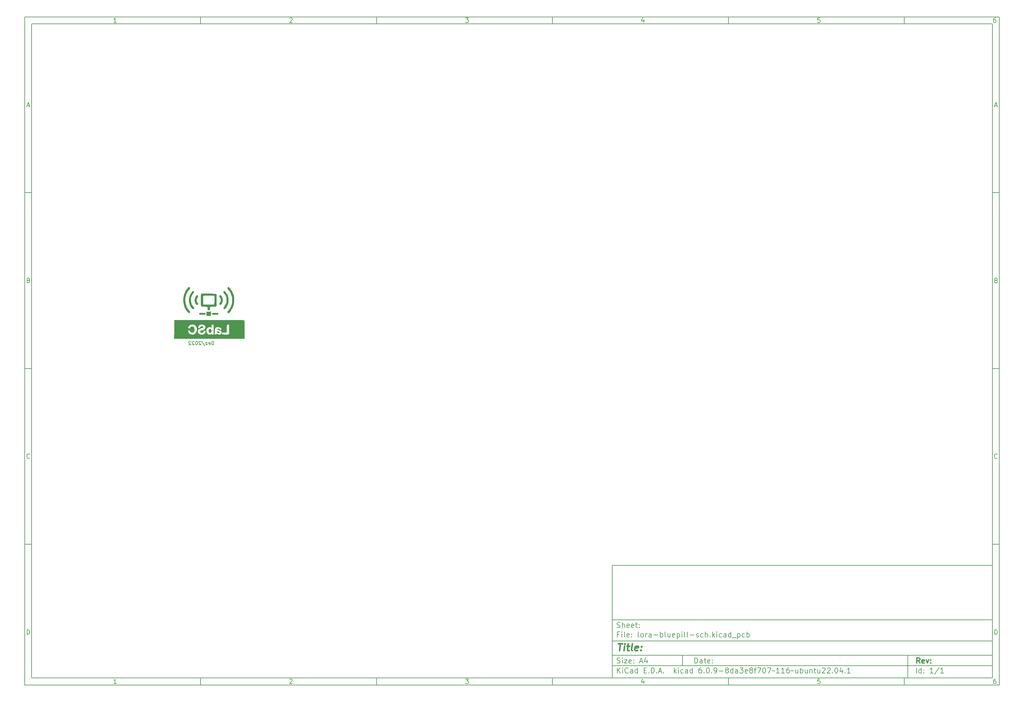
<source format=gbr>
%TF.GenerationSoftware,KiCad,Pcbnew,6.0.9-8da3e8f707~116~ubuntu22.04.1*%
%TF.CreationDate,2022-12-01T16:18:42-03:00*%
%TF.ProjectId,lora-bluepill-sch,6c6f7261-2d62-46c7-9565-70696c6c2d73,rev?*%
%TF.SameCoordinates,Original*%
%TF.FileFunction,Legend,Bot*%
%TF.FilePolarity,Positive*%
%FSLAX46Y46*%
G04 Gerber Fmt 4.6, Leading zero omitted, Abs format (unit mm)*
G04 Created by KiCad (PCBNEW 6.0.9-8da3e8f707~116~ubuntu22.04.1) date 2022-12-01 16:18:42*
%MOMM*%
%LPD*%
G01*
G04 APERTURE LIST*
%ADD10C,0.100000*%
%ADD11C,0.150000*%
%ADD12C,0.300000*%
%ADD13C,0.400000*%
G04 APERTURE END LIST*
D10*
D11*
X177002200Y-166007200D02*
X177002200Y-198007200D01*
X285002200Y-198007200D01*
X285002200Y-166007200D01*
X177002200Y-166007200D01*
D10*
D11*
X10000000Y-10000000D02*
X10000000Y-200007200D01*
X287002200Y-200007200D01*
X287002200Y-10000000D01*
X10000000Y-10000000D01*
D10*
D11*
X12000000Y-12000000D02*
X12000000Y-198007200D01*
X285002200Y-198007200D01*
X285002200Y-12000000D01*
X12000000Y-12000000D01*
D10*
D11*
X60000000Y-12000000D02*
X60000000Y-10000000D01*
D10*
D11*
X110000000Y-12000000D02*
X110000000Y-10000000D01*
D10*
D11*
X160000000Y-12000000D02*
X160000000Y-10000000D01*
D10*
D11*
X210000000Y-12000000D02*
X210000000Y-10000000D01*
D10*
D11*
X260000000Y-12000000D02*
X260000000Y-10000000D01*
D10*
D11*
X36065476Y-11588095D02*
X35322619Y-11588095D01*
X35694047Y-11588095D02*
X35694047Y-10288095D01*
X35570238Y-10473809D01*
X35446428Y-10597619D01*
X35322619Y-10659523D01*
D10*
D11*
X85322619Y-10411904D02*
X85384523Y-10350000D01*
X85508333Y-10288095D01*
X85817857Y-10288095D01*
X85941666Y-10350000D01*
X86003571Y-10411904D01*
X86065476Y-10535714D01*
X86065476Y-10659523D01*
X86003571Y-10845238D01*
X85260714Y-11588095D01*
X86065476Y-11588095D01*
D10*
D11*
X135260714Y-10288095D02*
X136065476Y-10288095D01*
X135632142Y-10783333D01*
X135817857Y-10783333D01*
X135941666Y-10845238D01*
X136003571Y-10907142D01*
X136065476Y-11030952D01*
X136065476Y-11340476D01*
X136003571Y-11464285D01*
X135941666Y-11526190D01*
X135817857Y-11588095D01*
X135446428Y-11588095D01*
X135322619Y-11526190D01*
X135260714Y-11464285D01*
D10*
D11*
X185941666Y-10721428D02*
X185941666Y-11588095D01*
X185632142Y-10226190D02*
X185322619Y-11154761D01*
X186127380Y-11154761D01*
D10*
D11*
X236003571Y-10288095D02*
X235384523Y-10288095D01*
X235322619Y-10907142D01*
X235384523Y-10845238D01*
X235508333Y-10783333D01*
X235817857Y-10783333D01*
X235941666Y-10845238D01*
X236003571Y-10907142D01*
X236065476Y-11030952D01*
X236065476Y-11340476D01*
X236003571Y-11464285D01*
X235941666Y-11526190D01*
X235817857Y-11588095D01*
X235508333Y-11588095D01*
X235384523Y-11526190D01*
X235322619Y-11464285D01*
D10*
D11*
X285941666Y-10288095D02*
X285694047Y-10288095D01*
X285570238Y-10350000D01*
X285508333Y-10411904D01*
X285384523Y-10597619D01*
X285322619Y-10845238D01*
X285322619Y-11340476D01*
X285384523Y-11464285D01*
X285446428Y-11526190D01*
X285570238Y-11588095D01*
X285817857Y-11588095D01*
X285941666Y-11526190D01*
X286003571Y-11464285D01*
X286065476Y-11340476D01*
X286065476Y-11030952D01*
X286003571Y-10907142D01*
X285941666Y-10845238D01*
X285817857Y-10783333D01*
X285570238Y-10783333D01*
X285446428Y-10845238D01*
X285384523Y-10907142D01*
X285322619Y-11030952D01*
D10*
D11*
X60000000Y-198007200D02*
X60000000Y-200007200D01*
D10*
D11*
X110000000Y-198007200D02*
X110000000Y-200007200D01*
D10*
D11*
X160000000Y-198007200D02*
X160000000Y-200007200D01*
D10*
D11*
X210000000Y-198007200D02*
X210000000Y-200007200D01*
D10*
D11*
X260000000Y-198007200D02*
X260000000Y-200007200D01*
D10*
D11*
X36065476Y-199595295D02*
X35322619Y-199595295D01*
X35694047Y-199595295D02*
X35694047Y-198295295D01*
X35570238Y-198481009D01*
X35446428Y-198604819D01*
X35322619Y-198666723D01*
D10*
D11*
X85322619Y-198419104D02*
X85384523Y-198357200D01*
X85508333Y-198295295D01*
X85817857Y-198295295D01*
X85941666Y-198357200D01*
X86003571Y-198419104D01*
X86065476Y-198542914D01*
X86065476Y-198666723D01*
X86003571Y-198852438D01*
X85260714Y-199595295D01*
X86065476Y-199595295D01*
D10*
D11*
X135260714Y-198295295D02*
X136065476Y-198295295D01*
X135632142Y-198790533D01*
X135817857Y-198790533D01*
X135941666Y-198852438D01*
X136003571Y-198914342D01*
X136065476Y-199038152D01*
X136065476Y-199347676D01*
X136003571Y-199471485D01*
X135941666Y-199533390D01*
X135817857Y-199595295D01*
X135446428Y-199595295D01*
X135322619Y-199533390D01*
X135260714Y-199471485D01*
D10*
D11*
X185941666Y-198728628D02*
X185941666Y-199595295D01*
X185632142Y-198233390D02*
X185322619Y-199161961D01*
X186127380Y-199161961D01*
D10*
D11*
X236003571Y-198295295D02*
X235384523Y-198295295D01*
X235322619Y-198914342D01*
X235384523Y-198852438D01*
X235508333Y-198790533D01*
X235817857Y-198790533D01*
X235941666Y-198852438D01*
X236003571Y-198914342D01*
X236065476Y-199038152D01*
X236065476Y-199347676D01*
X236003571Y-199471485D01*
X235941666Y-199533390D01*
X235817857Y-199595295D01*
X235508333Y-199595295D01*
X235384523Y-199533390D01*
X235322619Y-199471485D01*
D10*
D11*
X285941666Y-198295295D02*
X285694047Y-198295295D01*
X285570238Y-198357200D01*
X285508333Y-198419104D01*
X285384523Y-198604819D01*
X285322619Y-198852438D01*
X285322619Y-199347676D01*
X285384523Y-199471485D01*
X285446428Y-199533390D01*
X285570238Y-199595295D01*
X285817857Y-199595295D01*
X285941666Y-199533390D01*
X286003571Y-199471485D01*
X286065476Y-199347676D01*
X286065476Y-199038152D01*
X286003571Y-198914342D01*
X285941666Y-198852438D01*
X285817857Y-198790533D01*
X285570238Y-198790533D01*
X285446428Y-198852438D01*
X285384523Y-198914342D01*
X285322619Y-199038152D01*
D10*
D11*
X10000000Y-60000000D02*
X12000000Y-60000000D01*
D10*
D11*
X10000000Y-110000000D02*
X12000000Y-110000000D01*
D10*
D11*
X10000000Y-160000000D02*
X12000000Y-160000000D01*
D10*
D11*
X10690476Y-35216666D02*
X11309523Y-35216666D01*
X10566666Y-35588095D02*
X11000000Y-34288095D01*
X11433333Y-35588095D01*
D10*
D11*
X11092857Y-84907142D02*
X11278571Y-84969047D01*
X11340476Y-85030952D01*
X11402380Y-85154761D01*
X11402380Y-85340476D01*
X11340476Y-85464285D01*
X11278571Y-85526190D01*
X11154761Y-85588095D01*
X10659523Y-85588095D01*
X10659523Y-84288095D01*
X11092857Y-84288095D01*
X11216666Y-84350000D01*
X11278571Y-84411904D01*
X11340476Y-84535714D01*
X11340476Y-84659523D01*
X11278571Y-84783333D01*
X11216666Y-84845238D01*
X11092857Y-84907142D01*
X10659523Y-84907142D01*
D10*
D11*
X11402380Y-135464285D02*
X11340476Y-135526190D01*
X11154761Y-135588095D01*
X11030952Y-135588095D01*
X10845238Y-135526190D01*
X10721428Y-135402380D01*
X10659523Y-135278571D01*
X10597619Y-135030952D01*
X10597619Y-134845238D01*
X10659523Y-134597619D01*
X10721428Y-134473809D01*
X10845238Y-134350000D01*
X11030952Y-134288095D01*
X11154761Y-134288095D01*
X11340476Y-134350000D01*
X11402380Y-134411904D01*
D10*
D11*
X10659523Y-185588095D02*
X10659523Y-184288095D01*
X10969047Y-184288095D01*
X11154761Y-184350000D01*
X11278571Y-184473809D01*
X11340476Y-184597619D01*
X11402380Y-184845238D01*
X11402380Y-185030952D01*
X11340476Y-185278571D01*
X11278571Y-185402380D01*
X11154761Y-185526190D01*
X10969047Y-185588095D01*
X10659523Y-185588095D01*
D10*
D11*
X287002200Y-60000000D02*
X285002200Y-60000000D01*
D10*
D11*
X287002200Y-110000000D02*
X285002200Y-110000000D01*
D10*
D11*
X287002200Y-160000000D02*
X285002200Y-160000000D01*
D10*
D11*
X285692676Y-35216666D02*
X286311723Y-35216666D01*
X285568866Y-35588095D02*
X286002200Y-34288095D01*
X286435533Y-35588095D01*
D10*
D11*
X286095057Y-84907142D02*
X286280771Y-84969047D01*
X286342676Y-85030952D01*
X286404580Y-85154761D01*
X286404580Y-85340476D01*
X286342676Y-85464285D01*
X286280771Y-85526190D01*
X286156961Y-85588095D01*
X285661723Y-85588095D01*
X285661723Y-84288095D01*
X286095057Y-84288095D01*
X286218866Y-84350000D01*
X286280771Y-84411904D01*
X286342676Y-84535714D01*
X286342676Y-84659523D01*
X286280771Y-84783333D01*
X286218866Y-84845238D01*
X286095057Y-84907142D01*
X285661723Y-84907142D01*
D10*
D11*
X286404580Y-135464285D02*
X286342676Y-135526190D01*
X286156961Y-135588095D01*
X286033152Y-135588095D01*
X285847438Y-135526190D01*
X285723628Y-135402380D01*
X285661723Y-135278571D01*
X285599819Y-135030952D01*
X285599819Y-134845238D01*
X285661723Y-134597619D01*
X285723628Y-134473809D01*
X285847438Y-134350000D01*
X286033152Y-134288095D01*
X286156961Y-134288095D01*
X286342676Y-134350000D01*
X286404580Y-134411904D01*
D10*
D11*
X285661723Y-185588095D02*
X285661723Y-184288095D01*
X285971247Y-184288095D01*
X286156961Y-184350000D01*
X286280771Y-184473809D01*
X286342676Y-184597619D01*
X286404580Y-184845238D01*
X286404580Y-185030952D01*
X286342676Y-185278571D01*
X286280771Y-185402380D01*
X286156961Y-185526190D01*
X285971247Y-185588095D01*
X285661723Y-185588095D01*
D10*
D11*
X200434342Y-193785771D02*
X200434342Y-192285771D01*
X200791485Y-192285771D01*
X201005771Y-192357200D01*
X201148628Y-192500057D01*
X201220057Y-192642914D01*
X201291485Y-192928628D01*
X201291485Y-193142914D01*
X201220057Y-193428628D01*
X201148628Y-193571485D01*
X201005771Y-193714342D01*
X200791485Y-193785771D01*
X200434342Y-193785771D01*
X202577200Y-193785771D02*
X202577200Y-193000057D01*
X202505771Y-192857200D01*
X202362914Y-192785771D01*
X202077200Y-192785771D01*
X201934342Y-192857200D01*
X202577200Y-193714342D02*
X202434342Y-193785771D01*
X202077200Y-193785771D01*
X201934342Y-193714342D01*
X201862914Y-193571485D01*
X201862914Y-193428628D01*
X201934342Y-193285771D01*
X202077200Y-193214342D01*
X202434342Y-193214342D01*
X202577200Y-193142914D01*
X203077200Y-192785771D02*
X203648628Y-192785771D01*
X203291485Y-192285771D02*
X203291485Y-193571485D01*
X203362914Y-193714342D01*
X203505771Y-193785771D01*
X203648628Y-193785771D01*
X204720057Y-193714342D02*
X204577200Y-193785771D01*
X204291485Y-193785771D01*
X204148628Y-193714342D01*
X204077200Y-193571485D01*
X204077200Y-193000057D01*
X204148628Y-192857200D01*
X204291485Y-192785771D01*
X204577200Y-192785771D01*
X204720057Y-192857200D01*
X204791485Y-193000057D01*
X204791485Y-193142914D01*
X204077200Y-193285771D01*
X205434342Y-193642914D02*
X205505771Y-193714342D01*
X205434342Y-193785771D01*
X205362914Y-193714342D01*
X205434342Y-193642914D01*
X205434342Y-193785771D01*
X205434342Y-192857200D02*
X205505771Y-192928628D01*
X205434342Y-193000057D01*
X205362914Y-192928628D01*
X205434342Y-192857200D01*
X205434342Y-193000057D01*
D10*
D11*
X177002200Y-194507200D02*
X285002200Y-194507200D01*
D10*
D11*
X178434342Y-196585771D02*
X178434342Y-195085771D01*
X179291485Y-196585771D02*
X178648628Y-195728628D01*
X179291485Y-195085771D02*
X178434342Y-195942914D01*
X179934342Y-196585771D02*
X179934342Y-195585771D01*
X179934342Y-195085771D02*
X179862914Y-195157200D01*
X179934342Y-195228628D01*
X180005771Y-195157200D01*
X179934342Y-195085771D01*
X179934342Y-195228628D01*
X181505771Y-196442914D02*
X181434342Y-196514342D01*
X181220057Y-196585771D01*
X181077200Y-196585771D01*
X180862914Y-196514342D01*
X180720057Y-196371485D01*
X180648628Y-196228628D01*
X180577200Y-195942914D01*
X180577200Y-195728628D01*
X180648628Y-195442914D01*
X180720057Y-195300057D01*
X180862914Y-195157200D01*
X181077200Y-195085771D01*
X181220057Y-195085771D01*
X181434342Y-195157200D01*
X181505771Y-195228628D01*
X182791485Y-196585771D02*
X182791485Y-195800057D01*
X182720057Y-195657200D01*
X182577200Y-195585771D01*
X182291485Y-195585771D01*
X182148628Y-195657200D01*
X182791485Y-196514342D02*
X182648628Y-196585771D01*
X182291485Y-196585771D01*
X182148628Y-196514342D01*
X182077200Y-196371485D01*
X182077200Y-196228628D01*
X182148628Y-196085771D01*
X182291485Y-196014342D01*
X182648628Y-196014342D01*
X182791485Y-195942914D01*
X184148628Y-196585771D02*
X184148628Y-195085771D01*
X184148628Y-196514342D02*
X184005771Y-196585771D01*
X183720057Y-196585771D01*
X183577200Y-196514342D01*
X183505771Y-196442914D01*
X183434342Y-196300057D01*
X183434342Y-195871485D01*
X183505771Y-195728628D01*
X183577200Y-195657200D01*
X183720057Y-195585771D01*
X184005771Y-195585771D01*
X184148628Y-195657200D01*
X186005771Y-195800057D02*
X186505771Y-195800057D01*
X186720057Y-196585771D02*
X186005771Y-196585771D01*
X186005771Y-195085771D01*
X186720057Y-195085771D01*
X187362914Y-196442914D02*
X187434342Y-196514342D01*
X187362914Y-196585771D01*
X187291485Y-196514342D01*
X187362914Y-196442914D01*
X187362914Y-196585771D01*
X188077200Y-196585771D02*
X188077200Y-195085771D01*
X188434342Y-195085771D01*
X188648628Y-195157200D01*
X188791485Y-195300057D01*
X188862914Y-195442914D01*
X188934342Y-195728628D01*
X188934342Y-195942914D01*
X188862914Y-196228628D01*
X188791485Y-196371485D01*
X188648628Y-196514342D01*
X188434342Y-196585771D01*
X188077200Y-196585771D01*
X189577200Y-196442914D02*
X189648628Y-196514342D01*
X189577200Y-196585771D01*
X189505771Y-196514342D01*
X189577200Y-196442914D01*
X189577200Y-196585771D01*
X190220057Y-196157200D02*
X190934342Y-196157200D01*
X190077200Y-196585771D02*
X190577200Y-195085771D01*
X191077200Y-196585771D01*
X191577200Y-196442914D02*
X191648628Y-196514342D01*
X191577200Y-196585771D01*
X191505771Y-196514342D01*
X191577200Y-196442914D01*
X191577200Y-196585771D01*
X194577200Y-196585771D02*
X194577200Y-195085771D01*
X194720057Y-196014342D02*
X195148628Y-196585771D01*
X195148628Y-195585771D02*
X194577200Y-196157200D01*
X195791485Y-196585771D02*
X195791485Y-195585771D01*
X195791485Y-195085771D02*
X195720057Y-195157200D01*
X195791485Y-195228628D01*
X195862914Y-195157200D01*
X195791485Y-195085771D01*
X195791485Y-195228628D01*
X197148628Y-196514342D02*
X197005771Y-196585771D01*
X196720057Y-196585771D01*
X196577200Y-196514342D01*
X196505771Y-196442914D01*
X196434342Y-196300057D01*
X196434342Y-195871485D01*
X196505771Y-195728628D01*
X196577200Y-195657200D01*
X196720057Y-195585771D01*
X197005771Y-195585771D01*
X197148628Y-195657200D01*
X198434342Y-196585771D02*
X198434342Y-195800057D01*
X198362914Y-195657200D01*
X198220057Y-195585771D01*
X197934342Y-195585771D01*
X197791485Y-195657200D01*
X198434342Y-196514342D02*
X198291485Y-196585771D01*
X197934342Y-196585771D01*
X197791485Y-196514342D01*
X197720057Y-196371485D01*
X197720057Y-196228628D01*
X197791485Y-196085771D01*
X197934342Y-196014342D01*
X198291485Y-196014342D01*
X198434342Y-195942914D01*
X199791485Y-196585771D02*
X199791485Y-195085771D01*
X199791485Y-196514342D02*
X199648628Y-196585771D01*
X199362914Y-196585771D01*
X199220057Y-196514342D01*
X199148628Y-196442914D01*
X199077200Y-196300057D01*
X199077200Y-195871485D01*
X199148628Y-195728628D01*
X199220057Y-195657200D01*
X199362914Y-195585771D01*
X199648628Y-195585771D01*
X199791485Y-195657200D01*
X202291485Y-195085771D02*
X202005771Y-195085771D01*
X201862914Y-195157200D01*
X201791485Y-195228628D01*
X201648628Y-195442914D01*
X201577200Y-195728628D01*
X201577200Y-196300057D01*
X201648628Y-196442914D01*
X201720057Y-196514342D01*
X201862914Y-196585771D01*
X202148628Y-196585771D01*
X202291485Y-196514342D01*
X202362914Y-196442914D01*
X202434342Y-196300057D01*
X202434342Y-195942914D01*
X202362914Y-195800057D01*
X202291485Y-195728628D01*
X202148628Y-195657200D01*
X201862914Y-195657200D01*
X201720057Y-195728628D01*
X201648628Y-195800057D01*
X201577200Y-195942914D01*
X203077200Y-196442914D02*
X203148628Y-196514342D01*
X203077200Y-196585771D01*
X203005771Y-196514342D01*
X203077200Y-196442914D01*
X203077200Y-196585771D01*
X204077200Y-195085771D02*
X204220057Y-195085771D01*
X204362914Y-195157200D01*
X204434342Y-195228628D01*
X204505771Y-195371485D01*
X204577200Y-195657200D01*
X204577200Y-196014342D01*
X204505771Y-196300057D01*
X204434342Y-196442914D01*
X204362914Y-196514342D01*
X204220057Y-196585771D01*
X204077200Y-196585771D01*
X203934342Y-196514342D01*
X203862914Y-196442914D01*
X203791485Y-196300057D01*
X203720057Y-196014342D01*
X203720057Y-195657200D01*
X203791485Y-195371485D01*
X203862914Y-195228628D01*
X203934342Y-195157200D01*
X204077200Y-195085771D01*
X205220057Y-196442914D02*
X205291485Y-196514342D01*
X205220057Y-196585771D01*
X205148628Y-196514342D01*
X205220057Y-196442914D01*
X205220057Y-196585771D01*
X206005771Y-196585771D02*
X206291485Y-196585771D01*
X206434342Y-196514342D01*
X206505771Y-196442914D01*
X206648628Y-196228628D01*
X206720057Y-195942914D01*
X206720057Y-195371485D01*
X206648628Y-195228628D01*
X206577200Y-195157200D01*
X206434342Y-195085771D01*
X206148628Y-195085771D01*
X206005771Y-195157200D01*
X205934342Y-195228628D01*
X205862914Y-195371485D01*
X205862914Y-195728628D01*
X205934342Y-195871485D01*
X206005771Y-195942914D01*
X206148628Y-196014342D01*
X206434342Y-196014342D01*
X206577200Y-195942914D01*
X206648628Y-195871485D01*
X206720057Y-195728628D01*
X207362914Y-196014342D02*
X208505771Y-196014342D01*
X209434342Y-195728628D02*
X209291485Y-195657200D01*
X209220057Y-195585771D01*
X209148628Y-195442914D01*
X209148628Y-195371485D01*
X209220057Y-195228628D01*
X209291485Y-195157200D01*
X209434342Y-195085771D01*
X209720057Y-195085771D01*
X209862914Y-195157200D01*
X209934342Y-195228628D01*
X210005771Y-195371485D01*
X210005771Y-195442914D01*
X209934342Y-195585771D01*
X209862914Y-195657200D01*
X209720057Y-195728628D01*
X209434342Y-195728628D01*
X209291485Y-195800057D01*
X209220057Y-195871485D01*
X209148628Y-196014342D01*
X209148628Y-196300057D01*
X209220057Y-196442914D01*
X209291485Y-196514342D01*
X209434342Y-196585771D01*
X209720057Y-196585771D01*
X209862914Y-196514342D01*
X209934342Y-196442914D01*
X210005771Y-196300057D01*
X210005771Y-196014342D01*
X209934342Y-195871485D01*
X209862914Y-195800057D01*
X209720057Y-195728628D01*
X211291485Y-196585771D02*
X211291485Y-195085771D01*
X211291485Y-196514342D02*
X211148628Y-196585771D01*
X210862914Y-196585771D01*
X210720057Y-196514342D01*
X210648628Y-196442914D01*
X210577200Y-196300057D01*
X210577200Y-195871485D01*
X210648628Y-195728628D01*
X210720057Y-195657200D01*
X210862914Y-195585771D01*
X211148628Y-195585771D01*
X211291485Y-195657200D01*
X212648628Y-196585771D02*
X212648628Y-195800057D01*
X212577200Y-195657200D01*
X212434342Y-195585771D01*
X212148628Y-195585771D01*
X212005771Y-195657200D01*
X212648628Y-196514342D02*
X212505771Y-196585771D01*
X212148628Y-196585771D01*
X212005771Y-196514342D01*
X211934342Y-196371485D01*
X211934342Y-196228628D01*
X212005771Y-196085771D01*
X212148628Y-196014342D01*
X212505771Y-196014342D01*
X212648628Y-195942914D01*
X213220057Y-195085771D02*
X214148628Y-195085771D01*
X213648628Y-195657200D01*
X213862914Y-195657200D01*
X214005771Y-195728628D01*
X214077200Y-195800057D01*
X214148628Y-195942914D01*
X214148628Y-196300057D01*
X214077200Y-196442914D01*
X214005771Y-196514342D01*
X213862914Y-196585771D01*
X213434342Y-196585771D01*
X213291485Y-196514342D01*
X213220057Y-196442914D01*
X215362914Y-196514342D02*
X215220057Y-196585771D01*
X214934342Y-196585771D01*
X214791485Y-196514342D01*
X214720057Y-196371485D01*
X214720057Y-195800057D01*
X214791485Y-195657200D01*
X214934342Y-195585771D01*
X215220057Y-195585771D01*
X215362914Y-195657200D01*
X215434342Y-195800057D01*
X215434342Y-195942914D01*
X214720057Y-196085771D01*
X216291485Y-195728628D02*
X216148628Y-195657200D01*
X216077200Y-195585771D01*
X216005771Y-195442914D01*
X216005771Y-195371485D01*
X216077200Y-195228628D01*
X216148628Y-195157200D01*
X216291485Y-195085771D01*
X216577200Y-195085771D01*
X216720057Y-195157200D01*
X216791485Y-195228628D01*
X216862914Y-195371485D01*
X216862914Y-195442914D01*
X216791485Y-195585771D01*
X216720057Y-195657200D01*
X216577200Y-195728628D01*
X216291485Y-195728628D01*
X216148628Y-195800057D01*
X216077200Y-195871485D01*
X216005771Y-196014342D01*
X216005771Y-196300057D01*
X216077200Y-196442914D01*
X216148628Y-196514342D01*
X216291485Y-196585771D01*
X216577200Y-196585771D01*
X216720057Y-196514342D01*
X216791485Y-196442914D01*
X216862914Y-196300057D01*
X216862914Y-196014342D01*
X216791485Y-195871485D01*
X216720057Y-195800057D01*
X216577200Y-195728628D01*
X217291485Y-195585771D02*
X217862914Y-195585771D01*
X217505771Y-196585771D02*
X217505771Y-195300057D01*
X217577200Y-195157200D01*
X217720057Y-195085771D01*
X217862914Y-195085771D01*
X218220057Y-195085771D02*
X219220057Y-195085771D01*
X218577200Y-196585771D01*
X220077200Y-195085771D02*
X220220057Y-195085771D01*
X220362914Y-195157200D01*
X220434342Y-195228628D01*
X220505771Y-195371485D01*
X220577200Y-195657200D01*
X220577200Y-196014342D01*
X220505771Y-196300057D01*
X220434342Y-196442914D01*
X220362914Y-196514342D01*
X220220057Y-196585771D01*
X220077200Y-196585771D01*
X219934342Y-196514342D01*
X219862914Y-196442914D01*
X219791485Y-196300057D01*
X219720057Y-196014342D01*
X219720057Y-195657200D01*
X219791485Y-195371485D01*
X219862914Y-195228628D01*
X219934342Y-195157200D01*
X220077200Y-195085771D01*
X221077200Y-195085771D02*
X222077200Y-195085771D01*
X221434342Y-196585771D01*
X222434342Y-196014342D02*
X222505771Y-195942914D01*
X222648628Y-195871485D01*
X222934342Y-196014342D01*
X223077199Y-195942914D01*
X223148628Y-195871485D01*
X224505771Y-196585771D02*
X223648628Y-196585771D01*
X224077200Y-196585771D02*
X224077200Y-195085771D01*
X223934342Y-195300057D01*
X223791485Y-195442914D01*
X223648628Y-195514342D01*
X225934342Y-196585771D02*
X225077199Y-196585771D01*
X225505771Y-196585771D02*
X225505771Y-195085771D01*
X225362914Y-195300057D01*
X225220057Y-195442914D01*
X225077199Y-195514342D01*
X227220057Y-195085771D02*
X226934342Y-195085771D01*
X226791485Y-195157200D01*
X226720057Y-195228628D01*
X226577199Y-195442914D01*
X226505771Y-195728628D01*
X226505771Y-196300057D01*
X226577199Y-196442914D01*
X226648628Y-196514342D01*
X226791485Y-196585771D01*
X227077199Y-196585771D01*
X227220057Y-196514342D01*
X227291485Y-196442914D01*
X227362914Y-196300057D01*
X227362914Y-195942914D01*
X227291485Y-195800057D01*
X227220057Y-195728628D01*
X227077199Y-195657200D01*
X226791485Y-195657200D01*
X226648628Y-195728628D01*
X226577199Y-195800057D01*
X226505771Y-195942914D01*
X227791485Y-196014342D02*
X227862914Y-195942914D01*
X228005771Y-195871485D01*
X228291485Y-196014342D01*
X228434342Y-195942914D01*
X228505771Y-195871485D01*
X229720057Y-195585771D02*
X229720057Y-196585771D01*
X229077199Y-195585771D02*
X229077199Y-196371485D01*
X229148628Y-196514342D01*
X229291485Y-196585771D01*
X229505771Y-196585771D01*
X229648628Y-196514342D01*
X229720057Y-196442914D01*
X230434342Y-196585771D02*
X230434342Y-195085771D01*
X230434342Y-195657200D02*
X230577199Y-195585771D01*
X230862914Y-195585771D01*
X231005771Y-195657200D01*
X231077199Y-195728628D01*
X231148628Y-195871485D01*
X231148628Y-196300057D01*
X231077199Y-196442914D01*
X231005771Y-196514342D01*
X230862914Y-196585771D01*
X230577199Y-196585771D01*
X230434342Y-196514342D01*
X232434342Y-195585771D02*
X232434342Y-196585771D01*
X231791485Y-195585771D02*
X231791485Y-196371485D01*
X231862914Y-196514342D01*
X232005771Y-196585771D01*
X232220057Y-196585771D01*
X232362914Y-196514342D01*
X232434342Y-196442914D01*
X233148628Y-195585771D02*
X233148628Y-196585771D01*
X233148628Y-195728628D02*
X233220057Y-195657200D01*
X233362914Y-195585771D01*
X233577199Y-195585771D01*
X233720057Y-195657200D01*
X233791485Y-195800057D01*
X233791485Y-196585771D01*
X234291485Y-195585771D02*
X234862914Y-195585771D01*
X234505771Y-195085771D02*
X234505771Y-196371485D01*
X234577199Y-196514342D01*
X234720057Y-196585771D01*
X234862914Y-196585771D01*
X236005771Y-195585771D02*
X236005771Y-196585771D01*
X235362914Y-195585771D02*
X235362914Y-196371485D01*
X235434342Y-196514342D01*
X235577200Y-196585771D01*
X235791485Y-196585771D01*
X235934342Y-196514342D01*
X236005771Y-196442914D01*
X236648628Y-195228628D02*
X236720057Y-195157200D01*
X236862914Y-195085771D01*
X237220057Y-195085771D01*
X237362914Y-195157200D01*
X237434342Y-195228628D01*
X237505771Y-195371485D01*
X237505771Y-195514342D01*
X237434342Y-195728628D01*
X236577200Y-196585771D01*
X237505771Y-196585771D01*
X238077199Y-195228628D02*
X238148628Y-195157200D01*
X238291485Y-195085771D01*
X238648628Y-195085771D01*
X238791485Y-195157200D01*
X238862914Y-195228628D01*
X238934342Y-195371485D01*
X238934342Y-195514342D01*
X238862914Y-195728628D01*
X238005771Y-196585771D01*
X238934342Y-196585771D01*
X239577199Y-196442914D02*
X239648628Y-196514342D01*
X239577199Y-196585771D01*
X239505771Y-196514342D01*
X239577199Y-196442914D01*
X239577199Y-196585771D01*
X240577199Y-195085771D02*
X240720057Y-195085771D01*
X240862914Y-195157200D01*
X240934342Y-195228628D01*
X241005771Y-195371485D01*
X241077199Y-195657200D01*
X241077199Y-196014342D01*
X241005771Y-196300057D01*
X240934342Y-196442914D01*
X240862914Y-196514342D01*
X240720057Y-196585771D01*
X240577199Y-196585771D01*
X240434342Y-196514342D01*
X240362914Y-196442914D01*
X240291485Y-196300057D01*
X240220057Y-196014342D01*
X240220057Y-195657200D01*
X240291485Y-195371485D01*
X240362914Y-195228628D01*
X240434342Y-195157200D01*
X240577199Y-195085771D01*
X242362914Y-195585771D02*
X242362914Y-196585771D01*
X242005771Y-195014342D02*
X241648628Y-196085771D01*
X242577199Y-196085771D01*
X243148628Y-196442914D02*
X243220057Y-196514342D01*
X243148628Y-196585771D01*
X243077199Y-196514342D01*
X243148628Y-196442914D01*
X243148628Y-196585771D01*
X244648628Y-196585771D02*
X243791485Y-196585771D01*
X244220057Y-196585771D02*
X244220057Y-195085771D01*
X244077199Y-195300057D01*
X243934342Y-195442914D01*
X243791485Y-195514342D01*
D10*
D11*
X177002200Y-191507200D02*
X285002200Y-191507200D01*
D10*
D12*
X264411485Y-193785771D02*
X263911485Y-193071485D01*
X263554342Y-193785771D02*
X263554342Y-192285771D01*
X264125771Y-192285771D01*
X264268628Y-192357200D01*
X264340057Y-192428628D01*
X264411485Y-192571485D01*
X264411485Y-192785771D01*
X264340057Y-192928628D01*
X264268628Y-193000057D01*
X264125771Y-193071485D01*
X263554342Y-193071485D01*
X265625771Y-193714342D02*
X265482914Y-193785771D01*
X265197200Y-193785771D01*
X265054342Y-193714342D01*
X264982914Y-193571485D01*
X264982914Y-193000057D01*
X265054342Y-192857200D01*
X265197200Y-192785771D01*
X265482914Y-192785771D01*
X265625771Y-192857200D01*
X265697200Y-193000057D01*
X265697200Y-193142914D01*
X264982914Y-193285771D01*
X266197200Y-192785771D02*
X266554342Y-193785771D01*
X266911485Y-192785771D01*
X267482914Y-193642914D02*
X267554342Y-193714342D01*
X267482914Y-193785771D01*
X267411485Y-193714342D01*
X267482914Y-193642914D01*
X267482914Y-193785771D01*
X267482914Y-192857200D02*
X267554342Y-192928628D01*
X267482914Y-193000057D01*
X267411485Y-192928628D01*
X267482914Y-192857200D01*
X267482914Y-193000057D01*
D10*
D11*
X178362914Y-193714342D02*
X178577200Y-193785771D01*
X178934342Y-193785771D01*
X179077200Y-193714342D01*
X179148628Y-193642914D01*
X179220057Y-193500057D01*
X179220057Y-193357200D01*
X179148628Y-193214342D01*
X179077200Y-193142914D01*
X178934342Y-193071485D01*
X178648628Y-193000057D01*
X178505771Y-192928628D01*
X178434342Y-192857200D01*
X178362914Y-192714342D01*
X178362914Y-192571485D01*
X178434342Y-192428628D01*
X178505771Y-192357200D01*
X178648628Y-192285771D01*
X179005771Y-192285771D01*
X179220057Y-192357200D01*
X179862914Y-193785771D02*
X179862914Y-192785771D01*
X179862914Y-192285771D02*
X179791485Y-192357200D01*
X179862914Y-192428628D01*
X179934342Y-192357200D01*
X179862914Y-192285771D01*
X179862914Y-192428628D01*
X180434342Y-192785771D02*
X181220057Y-192785771D01*
X180434342Y-193785771D01*
X181220057Y-193785771D01*
X182362914Y-193714342D02*
X182220057Y-193785771D01*
X181934342Y-193785771D01*
X181791485Y-193714342D01*
X181720057Y-193571485D01*
X181720057Y-193000057D01*
X181791485Y-192857200D01*
X181934342Y-192785771D01*
X182220057Y-192785771D01*
X182362914Y-192857200D01*
X182434342Y-193000057D01*
X182434342Y-193142914D01*
X181720057Y-193285771D01*
X183077200Y-193642914D02*
X183148628Y-193714342D01*
X183077200Y-193785771D01*
X183005771Y-193714342D01*
X183077200Y-193642914D01*
X183077200Y-193785771D01*
X183077200Y-192857200D02*
X183148628Y-192928628D01*
X183077200Y-193000057D01*
X183005771Y-192928628D01*
X183077200Y-192857200D01*
X183077200Y-193000057D01*
X184862914Y-193357200D02*
X185577200Y-193357200D01*
X184720057Y-193785771D02*
X185220057Y-192285771D01*
X185720057Y-193785771D01*
X186862914Y-192785771D02*
X186862914Y-193785771D01*
X186505771Y-192214342D02*
X186148628Y-193285771D01*
X187077200Y-193285771D01*
D10*
D11*
X263434342Y-196585771D02*
X263434342Y-195085771D01*
X264791485Y-196585771D02*
X264791485Y-195085771D01*
X264791485Y-196514342D02*
X264648628Y-196585771D01*
X264362914Y-196585771D01*
X264220057Y-196514342D01*
X264148628Y-196442914D01*
X264077200Y-196300057D01*
X264077200Y-195871485D01*
X264148628Y-195728628D01*
X264220057Y-195657200D01*
X264362914Y-195585771D01*
X264648628Y-195585771D01*
X264791485Y-195657200D01*
X265505771Y-196442914D02*
X265577200Y-196514342D01*
X265505771Y-196585771D01*
X265434342Y-196514342D01*
X265505771Y-196442914D01*
X265505771Y-196585771D01*
X265505771Y-195657200D02*
X265577200Y-195728628D01*
X265505771Y-195800057D01*
X265434342Y-195728628D01*
X265505771Y-195657200D01*
X265505771Y-195800057D01*
X268148628Y-196585771D02*
X267291485Y-196585771D01*
X267720057Y-196585771D02*
X267720057Y-195085771D01*
X267577200Y-195300057D01*
X267434342Y-195442914D01*
X267291485Y-195514342D01*
X269862914Y-195014342D02*
X268577200Y-196942914D01*
X271148628Y-196585771D02*
X270291485Y-196585771D01*
X270720057Y-196585771D02*
X270720057Y-195085771D01*
X270577200Y-195300057D01*
X270434342Y-195442914D01*
X270291485Y-195514342D01*
D10*
D11*
X177002200Y-187507200D02*
X285002200Y-187507200D01*
D10*
D13*
X178714580Y-188211961D02*
X179857438Y-188211961D01*
X179036009Y-190211961D02*
X179286009Y-188211961D01*
X180274104Y-190211961D02*
X180440771Y-188878628D01*
X180524104Y-188211961D02*
X180416961Y-188307200D01*
X180500295Y-188402438D01*
X180607438Y-188307200D01*
X180524104Y-188211961D01*
X180500295Y-188402438D01*
X181107438Y-188878628D02*
X181869342Y-188878628D01*
X181476485Y-188211961D02*
X181262200Y-189926247D01*
X181333628Y-190116723D01*
X181512200Y-190211961D01*
X181702676Y-190211961D01*
X182655057Y-190211961D02*
X182476485Y-190116723D01*
X182405057Y-189926247D01*
X182619342Y-188211961D01*
X184190771Y-190116723D02*
X183988390Y-190211961D01*
X183607438Y-190211961D01*
X183428866Y-190116723D01*
X183357438Y-189926247D01*
X183452676Y-189164342D01*
X183571723Y-188973866D01*
X183774104Y-188878628D01*
X184155057Y-188878628D01*
X184333628Y-188973866D01*
X184405057Y-189164342D01*
X184381247Y-189354819D01*
X183405057Y-189545295D01*
X185155057Y-190021485D02*
X185238390Y-190116723D01*
X185131247Y-190211961D01*
X185047914Y-190116723D01*
X185155057Y-190021485D01*
X185131247Y-190211961D01*
X185286009Y-188973866D02*
X185369342Y-189069104D01*
X185262200Y-189164342D01*
X185178866Y-189069104D01*
X185286009Y-188973866D01*
X185262200Y-189164342D01*
D10*
D11*
X178934342Y-185600057D02*
X178434342Y-185600057D01*
X178434342Y-186385771D02*
X178434342Y-184885771D01*
X179148628Y-184885771D01*
X179720057Y-186385771D02*
X179720057Y-185385771D01*
X179720057Y-184885771D02*
X179648628Y-184957200D01*
X179720057Y-185028628D01*
X179791485Y-184957200D01*
X179720057Y-184885771D01*
X179720057Y-185028628D01*
X180648628Y-186385771D02*
X180505771Y-186314342D01*
X180434342Y-186171485D01*
X180434342Y-184885771D01*
X181791485Y-186314342D02*
X181648628Y-186385771D01*
X181362914Y-186385771D01*
X181220057Y-186314342D01*
X181148628Y-186171485D01*
X181148628Y-185600057D01*
X181220057Y-185457200D01*
X181362914Y-185385771D01*
X181648628Y-185385771D01*
X181791485Y-185457200D01*
X181862914Y-185600057D01*
X181862914Y-185742914D01*
X181148628Y-185885771D01*
X182505771Y-186242914D02*
X182577200Y-186314342D01*
X182505771Y-186385771D01*
X182434342Y-186314342D01*
X182505771Y-186242914D01*
X182505771Y-186385771D01*
X182505771Y-185457200D02*
X182577200Y-185528628D01*
X182505771Y-185600057D01*
X182434342Y-185528628D01*
X182505771Y-185457200D01*
X182505771Y-185600057D01*
X184577200Y-186385771D02*
X184434342Y-186314342D01*
X184362914Y-186171485D01*
X184362914Y-184885771D01*
X185362914Y-186385771D02*
X185220057Y-186314342D01*
X185148628Y-186242914D01*
X185077200Y-186100057D01*
X185077200Y-185671485D01*
X185148628Y-185528628D01*
X185220057Y-185457200D01*
X185362914Y-185385771D01*
X185577200Y-185385771D01*
X185720057Y-185457200D01*
X185791485Y-185528628D01*
X185862914Y-185671485D01*
X185862914Y-186100057D01*
X185791485Y-186242914D01*
X185720057Y-186314342D01*
X185577200Y-186385771D01*
X185362914Y-186385771D01*
X186505771Y-186385771D02*
X186505771Y-185385771D01*
X186505771Y-185671485D02*
X186577200Y-185528628D01*
X186648628Y-185457200D01*
X186791485Y-185385771D01*
X186934342Y-185385771D01*
X188077200Y-186385771D02*
X188077200Y-185600057D01*
X188005771Y-185457200D01*
X187862914Y-185385771D01*
X187577200Y-185385771D01*
X187434342Y-185457200D01*
X188077200Y-186314342D02*
X187934342Y-186385771D01*
X187577200Y-186385771D01*
X187434342Y-186314342D01*
X187362914Y-186171485D01*
X187362914Y-186028628D01*
X187434342Y-185885771D01*
X187577200Y-185814342D01*
X187934342Y-185814342D01*
X188077200Y-185742914D01*
X188791485Y-185814342D02*
X189934342Y-185814342D01*
X190648628Y-186385771D02*
X190648628Y-184885771D01*
X190648628Y-185457200D02*
X190791485Y-185385771D01*
X191077200Y-185385771D01*
X191220057Y-185457200D01*
X191291485Y-185528628D01*
X191362914Y-185671485D01*
X191362914Y-186100057D01*
X191291485Y-186242914D01*
X191220057Y-186314342D01*
X191077200Y-186385771D01*
X190791485Y-186385771D01*
X190648628Y-186314342D01*
X192220057Y-186385771D02*
X192077200Y-186314342D01*
X192005771Y-186171485D01*
X192005771Y-184885771D01*
X193434342Y-185385771D02*
X193434342Y-186385771D01*
X192791485Y-185385771D02*
X192791485Y-186171485D01*
X192862914Y-186314342D01*
X193005771Y-186385771D01*
X193220057Y-186385771D01*
X193362914Y-186314342D01*
X193434342Y-186242914D01*
X194720057Y-186314342D02*
X194577200Y-186385771D01*
X194291485Y-186385771D01*
X194148628Y-186314342D01*
X194077200Y-186171485D01*
X194077200Y-185600057D01*
X194148628Y-185457200D01*
X194291485Y-185385771D01*
X194577200Y-185385771D01*
X194720057Y-185457200D01*
X194791485Y-185600057D01*
X194791485Y-185742914D01*
X194077200Y-185885771D01*
X195434342Y-185385771D02*
X195434342Y-186885771D01*
X195434342Y-185457200D02*
X195577200Y-185385771D01*
X195862914Y-185385771D01*
X196005771Y-185457200D01*
X196077200Y-185528628D01*
X196148628Y-185671485D01*
X196148628Y-186100057D01*
X196077200Y-186242914D01*
X196005771Y-186314342D01*
X195862914Y-186385771D01*
X195577200Y-186385771D01*
X195434342Y-186314342D01*
X196791485Y-186385771D02*
X196791485Y-185385771D01*
X196791485Y-184885771D02*
X196720057Y-184957200D01*
X196791485Y-185028628D01*
X196862914Y-184957200D01*
X196791485Y-184885771D01*
X196791485Y-185028628D01*
X197720057Y-186385771D02*
X197577200Y-186314342D01*
X197505771Y-186171485D01*
X197505771Y-184885771D01*
X198505771Y-186385771D02*
X198362914Y-186314342D01*
X198291485Y-186171485D01*
X198291485Y-184885771D01*
X199077200Y-185814342D02*
X200220057Y-185814342D01*
X200862914Y-186314342D02*
X201005771Y-186385771D01*
X201291485Y-186385771D01*
X201434342Y-186314342D01*
X201505771Y-186171485D01*
X201505771Y-186100057D01*
X201434342Y-185957200D01*
X201291485Y-185885771D01*
X201077200Y-185885771D01*
X200934342Y-185814342D01*
X200862914Y-185671485D01*
X200862914Y-185600057D01*
X200934342Y-185457200D01*
X201077200Y-185385771D01*
X201291485Y-185385771D01*
X201434342Y-185457200D01*
X202791485Y-186314342D02*
X202648628Y-186385771D01*
X202362914Y-186385771D01*
X202220057Y-186314342D01*
X202148628Y-186242914D01*
X202077200Y-186100057D01*
X202077200Y-185671485D01*
X202148628Y-185528628D01*
X202220057Y-185457200D01*
X202362914Y-185385771D01*
X202648628Y-185385771D01*
X202791485Y-185457200D01*
X203434342Y-186385771D02*
X203434342Y-184885771D01*
X204077200Y-186385771D02*
X204077200Y-185600057D01*
X204005771Y-185457200D01*
X203862914Y-185385771D01*
X203648628Y-185385771D01*
X203505771Y-185457200D01*
X203434342Y-185528628D01*
X204791485Y-186242914D02*
X204862914Y-186314342D01*
X204791485Y-186385771D01*
X204720057Y-186314342D01*
X204791485Y-186242914D01*
X204791485Y-186385771D01*
X205505771Y-186385771D02*
X205505771Y-184885771D01*
X205648628Y-185814342D02*
X206077200Y-186385771D01*
X206077200Y-185385771D02*
X205505771Y-185957200D01*
X206720057Y-186385771D02*
X206720057Y-185385771D01*
X206720057Y-184885771D02*
X206648628Y-184957200D01*
X206720057Y-185028628D01*
X206791485Y-184957200D01*
X206720057Y-184885771D01*
X206720057Y-185028628D01*
X208077200Y-186314342D02*
X207934342Y-186385771D01*
X207648628Y-186385771D01*
X207505771Y-186314342D01*
X207434342Y-186242914D01*
X207362914Y-186100057D01*
X207362914Y-185671485D01*
X207434342Y-185528628D01*
X207505771Y-185457200D01*
X207648628Y-185385771D01*
X207934342Y-185385771D01*
X208077200Y-185457200D01*
X209362914Y-186385771D02*
X209362914Y-185600057D01*
X209291485Y-185457200D01*
X209148628Y-185385771D01*
X208862914Y-185385771D01*
X208720057Y-185457200D01*
X209362914Y-186314342D02*
X209220057Y-186385771D01*
X208862914Y-186385771D01*
X208720057Y-186314342D01*
X208648628Y-186171485D01*
X208648628Y-186028628D01*
X208720057Y-185885771D01*
X208862914Y-185814342D01*
X209220057Y-185814342D01*
X209362914Y-185742914D01*
X210720057Y-186385771D02*
X210720057Y-184885771D01*
X210720057Y-186314342D02*
X210577200Y-186385771D01*
X210291485Y-186385771D01*
X210148628Y-186314342D01*
X210077200Y-186242914D01*
X210005771Y-186100057D01*
X210005771Y-185671485D01*
X210077200Y-185528628D01*
X210148628Y-185457200D01*
X210291485Y-185385771D01*
X210577200Y-185385771D01*
X210720057Y-185457200D01*
X211077200Y-186528628D02*
X212220057Y-186528628D01*
X212577200Y-185385771D02*
X212577200Y-186885771D01*
X212577200Y-185457200D02*
X212720057Y-185385771D01*
X213005771Y-185385771D01*
X213148628Y-185457200D01*
X213220057Y-185528628D01*
X213291485Y-185671485D01*
X213291485Y-186100057D01*
X213220057Y-186242914D01*
X213148628Y-186314342D01*
X213005771Y-186385771D01*
X212720057Y-186385771D01*
X212577200Y-186314342D01*
X214577200Y-186314342D02*
X214434342Y-186385771D01*
X214148628Y-186385771D01*
X214005771Y-186314342D01*
X213934342Y-186242914D01*
X213862914Y-186100057D01*
X213862914Y-185671485D01*
X213934342Y-185528628D01*
X214005771Y-185457200D01*
X214148628Y-185385771D01*
X214434342Y-185385771D01*
X214577200Y-185457200D01*
X215220057Y-186385771D02*
X215220057Y-184885771D01*
X215220057Y-185457200D02*
X215362914Y-185385771D01*
X215648628Y-185385771D01*
X215791485Y-185457200D01*
X215862914Y-185528628D01*
X215934342Y-185671485D01*
X215934342Y-186100057D01*
X215862914Y-186242914D01*
X215791485Y-186314342D01*
X215648628Y-186385771D01*
X215362914Y-186385771D01*
X215220057Y-186314342D01*
D10*
D11*
X177002200Y-181507200D02*
X285002200Y-181507200D01*
D10*
D11*
X178362914Y-183614342D02*
X178577200Y-183685771D01*
X178934342Y-183685771D01*
X179077200Y-183614342D01*
X179148628Y-183542914D01*
X179220057Y-183400057D01*
X179220057Y-183257200D01*
X179148628Y-183114342D01*
X179077200Y-183042914D01*
X178934342Y-182971485D01*
X178648628Y-182900057D01*
X178505771Y-182828628D01*
X178434342Y-182757200D01*
X178362914Y-182614342D01*
X178362914Y-182471485D01*
X178434342Y-182328628D01*
X178505771Y-182257200D01*
X178648628Y-182185771D01*
X179005771Y-182185771D01*
X179220057Y-182257200D01*
X179862914Y-183685771D02*
X179862914Y-182185771D01*
X180505771Y-183685771D02*
X180505771Y-182900057D01*
X180434342Y-182757200D01*
X180291485Y-182685771D01*
X180077200Y-182685771D01*
X179934342Y-182757200D01*
X179862914Y-182828628D01*
X181791485Y-183614342D02*
X181648628Y-183685771D01*
X181362914Y-183685771D01*
X181220057Y-183614342D01*
X181148628Y-183471485D01*
X181148628Y-182900057D01*
X181220057Y-182757200D01*
X181362914Y-182685771D01*
X181648628Y-182685771D01*
X181791485Y-182757200D01*
X181862914Y-182900057D01*
X181862914Y-183042914D01*
X181148628Y-183185771D01*
X183077200Y-183614342D02*
X182934342Y-183685771D01*
X182648628Y-183685771D01*
X182505771Y-183614342D01*
X182434342Y-183471485D01*
X182434342Y-182900057D01*
X182505771Y-182757200D01*
X182648628Y-182685771D01*
X182934342Y-182685771D01*
X183077200Y-182757200D01*
X183148628Y-182900057D01*
X183148628Y-183042914D01*
X182434342Y-183185771D01*
X183577200Y-182685771D02*
X184148628Y-182685771D01*
X183791485Y-182185771D02*
X183791485Y-183471485D01*
X183862914Y-183614342D01*
X184005771Y-183685771D01*
X184148628Y-183685771D01*
X184648628Y-183542914D02*
X184720057Y-183614342D01*
X184648628Y-183685771D01*
X184577200Y-183614342D01*
X184648628Y-183542914D01*
X184648628Y-183685771D01*
X184648628Y-182757200D02*
X184720057Y-182828628D01*
X184648628Y-182900057D01*
X184577200Y-182828628D01*
X184648628Y-182757200D01*
X184648628Y-182900057D01*
D10*
D12*
D10*
D11*
D10*
D11*
D10*
D11*
D10*
D11*
D10*
D11*
X197002200Y-191507200D02*
X197002200Y-194507200D01*
D10*
D11*
X261002200Y-191507200D02*
X261002200Y-198007200D01*
X63722809Y-103269380D02*
X63722809Y-102269380D01*
X63484714Y-102269380D01*
X63341857Y-102317000D01*
X63246619Y-102412238D01*
X63199000Y-102507476D01*
X63151380Y-102697952D01*
X63151380Y-102840809D01*
X63199000Y-103031285D01*
X63246619Y-103126523D01*
X63341857Y-103221761D01*
X63484714Y-103269380D01*
X63722809Y-103269380D01*
X62341857Y-103221761D02*
X62437095Y-103269380D01*
X62627571Y-103269380D01*
X62722809Y-103221761D01*
X62770428Y-103126523D01*
X62770428Y-102745571D01*
X62722809Y-102650333D01*
X62627571Y-102602714D01*
X62437095Y-102602714D01*
X62341857Y-102650333D01*
X62294238Y-102745571D01*
X62294238Y-102840809D01*
X62770428Y-102936047D01*
X61960904Y-102602714D02*
X61437095Y-102602714D01*
X61960904Y-103269380D01*
X61437095Y-103269380D01*
X60341857Y-102221761D02*
X61199000Y-103507476D01*
X60056142Y-102364619D02*
X60008523Y-102317000D01*
X59913285Y-102269380D01*
X59675190Y-102269380D01*
X59579952Y-102317000D01*
X59532333Y-102364619D01*
X59484714Y-102459857D01*
X59484714Y-102555095D01*
X59532333Y-102697952D01*
X60103761Y-103269380D01*
X59484714Y-103269380D01*
X58865666Y-102269380D02*
X58770428Y-102269380D01*
X58675190Y-102317000D01*
X58627571Y-102364619D01*
X58579952Y-102459857D01*
X58532333Y-102650333D01*
X58532333Y-102888428D01*
X58579952Y-103078904D01*
X58627571Y-103174142D01*
X58675190Y-103221761D01*
X58770428Y-103269380D01*
X58865666Y-103269380D01*
X58960904Y-103221761D01*
X59008523Y-103174142D01*
X59056142Y-103078904D01*
X59103761Y-102888428D01*
X59103761Y-102650333D01*
X59056142Y-102459857D01*
X59008523Y-102364619D01*
X58960904Y-102317000D01*
X58865666Y-102269380D01*
X58151380Y-102364619D02*
X58103761Y-102317000D01*
X58008523Y-102269380D01*
X57770428Y-102269380D01*
X57675190Y-102317000D01*
X57627571Y-102364619D01*
X57579952Y-102459857D01*
X57579952Y-102555095D01*
X57627571Y-102697952D01*
X58199000Y-103269380D01*
X57579952Y-103269380D01*
X57199000Y-102364619D02*
X57151380Y-102317000D01*
X57056142Y-102269380D01*
X56818047Y-102269380D01*
X56722809Y-102317000D01*
X56675190Y-102364619D01*
X56627571Y-102459857D01*
X56627571Y-102555095D01*
X56675190Y-102697952D01*
X57246619Y-103269380D01*
X56627571Y-103269380D01*
%TO.C,FID1*%
G36*
X62791645Y-98737844D02*
G01*
X62935664Y-98807581D01*
X63031080Y-98908440D01*
X63038423Y-98923010D01*
X63093714Y-99101494D01*
X63108485Y-99302893D01*
X63085575Y-99500629D01*
X63027825Y-99668124D01*
X62938075Y-99778800D01*
X62890010Y-99807010D01*
X62724244Y-99847494D01*
X62555233Y-99822214D01*
X62417063Y-99734092D01*
X62394832Y-99708940D01*
X62341792Y-99621395D01*
X62311862Y-99503147D01*
X62296577Y-99325483D01*
X62297627Y-99156165D01*
X62342067Y-98940570D01*
X62439295Y-98795754D01*
X62589343Y-98721657D01*
X62637510Y-98715501D01*
X62791645Y-98737844D01*
G37*
G36*
X64832062Y-99407717D02*
G01*
X64955380Y-99438874D01*
X65130551Y-99485917D01*
X65243303Y-99523502D01*
X65309046Y-99558689D01*
X65343192Y-99598539D01*
X65361154Y-99650114D01*
X65366585Y-99741207D01*
X65310449Y-99846117D01*
X65187789Y-99901003D01*
X65177242Y-99902494D01*
X65031103Y-99895941D01*
X64879919Y-99853230D01*
X64770052Y-99787012D01*
X64758255Y-99772444D01*
X64714797Y-99675463D01*
X64685109Y-99545568D01*
X64660866Y-99364825D01*
X64832062Y-99407717D01*
G37*
G36*
X59120246Y-89132272D02*
G01*
X59238809Y-89233198D01*
X59241044Y-89236069D01*
X59307374Y-89387602D01*
X59292717Y-89550838D01*
X59198694Y-89706641D01*
X59173343Y-89735676D01*
X59028449Y-89972146D01*
X58942559Y-90249468D01*
X58915772Y-90546412D01*
X58948188Y-90841744D01*
X59039906Y-91114234D01*
X59191026Y-91342650D01*
X59224110Y-91380237D01*
X59318771Y-91518028D01*
X59344478Y-91637099D01*
X59307094Y-91758462D01*
X59305292Y-91761915D01*
X59242429Y-91857487D01*
X59184275Y-91909982D01*
X59127973Y-91927099D01*
X58967414Y-91916221D01*
X58806334Y-91818205D01*
X58645853Y-91633929D01*
X58487093Y-91364270D01*
X58423544Y-91226092D01*
X58314045Y-90855346D01*
X58291872Y-90479457D01*
X58357058Y-90095902D01*
X58509638Y-89702156D01*
X58562205Y-89599276D01*
X58713105Y-89352676D01*
X58856804Y-89192390D01*
X58992714Y-89118795D01*
X59120246Y-89132272D01*
G37*
G36*
X65728061Y-89153280D02*
G01*
X65863310Y-89278069D01*
X65962049Y-89407740D01*
X66152200Y-89742791D01*
X66278765Y-90104025D01*
X66335813Y-90471250D01*
X66317412Y-90824272D01*
X66312735Y-90850049D01*
X66241129Y-91111205D01*
X66131035Y-91378042D01*
X65997236Y-91619281D01*
X65854515Y-91803644D01*
X65829817Y-91827864D01*
X65689936Y-91920114D01*
X65552441Y-91926476D01*
X65406781Y-91847994D01*
X65326000Y-91761216D01*
X65296722Y-91645702D01*
X65337550Y-91502863D01*
X65449450Y-91320785D01*
X65576274Y-91112715D01*
X65693437Y-90799291D01*
X65731684Y-90481132D01*
X65687999Y-90172747D01*
X65653527Y-90084289D01*
X65576737Y-89935731D01*
X65482547Y-89784644D01*
X65406304Y-89661210D01*
X65332506Y-89468175D01*
X65338768Y-89310907D01*
X65425154Y-89190066D01*
X65464880Y-89161036D01*
X65597515Y-89114724D01*
X65728061Y-89153280D01*
G37*
G36*
X57954838Y-87962461D02*
G01*
X57978290Y-87975944D01*
X58092477Y-88089864D01*
X58129939Y-88236706D01*
X58090378Y-88406479D01*
X57973497Y-88589194D01*
X57791729Y-88828237D01*
X57540336Y-89266343D01*
X57368447Y-89728249D01*
X57275995Y-90204913D01*
X57262910Y-90687291D01*
X57329126Y-91166342D01*
X57474574Y-91633024D01*
X57699186Y-92078293D01*
X58002894Y-92493109D01*
X58087588Y-92601181D01*
X58164273Y-92754603D01*
X58163729Y-92885145D01*
X58087524Y-93002238D01*
X57983137Y-93068376D01*
X57835072Y-93079542D01*
X57750995Y-93065049D01*
X57668479Y-93023766D01*
X57578220Y-92940947D01*
X57459093Y-92800939D01*
X57456092Y-92797225D01*
X57133000Y-92330506D01*
X56891380Y-91837008D01*
X56731202Y-91323990D01*
X56652433Y-90798708D01*
X56655043Y-90268420D01*
X56739001Y-89740382D01*
X56904275Y-89221853D01*
X57150835Y-88720090D01*
X57478649Y-88242350D01*
X57522128Y-88188549D01*
X57657421Y-88038807D01*
X57765962Y-87956310D01*
X57860763Y-87933411D01*
X57954838Y-87962461D01*
G37*
G36*
X66819465Y-87933934D02*
G01*
X66934527Y-88013245D01*
X67072162Y-88150829D01*
X67222050Y-88333696D01*
X67373869Y-88548854D01*
X67517301Y-88783309D01*
X67642026Y-89024069D01*
X67767445Y-89313217D01*
X67862193Y-89593973D01*
X67922250Y-89873880D01*
X67953771Y-90182168D01*
X67962910Y-90548069D01*
X67962901Y-90570235D01*
X67960269Y-90834382D01*
X67951209Y-91035589D01*
X67933158Y-91197480D01*
X67903551Y-91343679D01*
X67859823Y-91497809D01*
X67740336Y-91825811D01*
X67578591Y-92174278D01*
X67393382Y-92500702D01*
X67197118Y-92783342D01*
X67002208Y-93000454D01*
X66936246Y-93047188D01*
X66787369Y-93083183D01*
X66636638Y-93048305D01*
X66512931Y-92945780D01*
X66507219Y-92937980D01*
X66462889Y-92856771D01*
X66456868Y-92773779D01*
X66494778Y-92673421D01*
X66582239Y-92540119D01*
X66724873Y-92358291D01*
X66773923Y-92296761D01*
X67021159Y-91928651D01*
X67195517Y-91545395D01*
X67303927Y-91128259D01*
X67353314Y-90658504D01*
X67355371Y-90355507D01*
X67303802Y-89883386D01*
X67179722Y-89450671D01*
X66979233Y-89045441D01*
X66698437Y-88655772D01*
X66658209Y-88606382D01*
X66535587Y-88425513D01*
X66484977Y-88276953D01*
X66504308Y-88148548D01*
X66591511Y-88028148D01*
X66599665Y-88020170D01*
X66691366Y-87948965D01*
X66764818Y-87919722D01*
X66819465Y-87933934D01*
G37*
G36*
X64539236Y-90956698D02*
G01*
X64538346Y-91306703D01*
X64536334Y-91585797D01*
X64532775Y-91802849D01*
X64527243Y-91966733D01*
X64519310Y-92086317D01*
X64508552Y-92170474D01*
X64494541Y-92228074D01*
X64476851Y-92267989D01*
X64455056Y-92299089D01*
X64441942Y-92314898D01*
X64408587Y-92347083D01*
X64363570Y-92370939D01*
X64294115Y-92388183D01*
X64187444Y-92400538D01*
X64030779Y-92409722D01*
X63811344Y-92417456D01*
X63516361Y-92425461D01*
X62662041Y-92447548D01*
X62649503Y-92922417D01*
X62636965Y-93397287D01*
X61980334Y-93397287D01*
X61967796Y-92922417D01*
X61955258Y-92447548D01*
X61138041Y-92425027D01*
X60887098Y-92416546D01*
X60649070Y-92405317D01*
X60453201Y-92392713D01*
X60314881Y-92379735D01*
X60249502Y-92367379D01*
X60206724Y-92340946D01*
X60171272Y-92301826D01*
X60142944Y-92241867D01*
X60120949Y-92152631D01*
X60104501Y-92025679D01*
X60092811Y-91852575D01*
X60085091Y-91624879D01*
X60080552Y-91334153D01*
X60078407Y-90971960D01*
X60077872Y-90534209D01*
X60740476Y-90534209D01*
X60740928Y-90880379D01*
X60742716Y-91149194D01*
X60746552Y-91351303D01*
X60753143Y-91497352D01*
X60763200Y-91597991D01*
X60777431Y-91663866D01*
X60796548Y-91705626D01*
X60821258Y-91733919D01*
X60840198Y-91748011D01*
X60881063Y-91765481D01*
X60945371Y-91779176D01*
X61042395Y-91789542D01*
X61181406Y-91797024D01*
X61371676Y-91802068D01*
X61622476Y-91805119D01*
X61943078Y-91806624D01*
X62342753Y-91807026D01*
X62693247Y-91806954D01*
X63017779Y-91806340D01*
X63271535Y-91804574D01*
X63463873Y-91801048D01*
X63604153Y-91795154D01*
X63701733Y-91786283D01*
X63765972Y-91773825D01*
X63806229Y-91757173D01*
X63831863Y-91735717D01*
X63852232Y-91708849D01*
X63852705Y-91708169D01*
X63874537Y-91664196D01*
X63891311Y-91596112D01*
X63903649Y-91493211D01*
X63912167Y-91344790D01*
X63917485Y-91140144D01*
X63920222Y-90868568D01*
X63920997Y-90519360D01*
X63920997Y-89428047D01*
X63804605Y-89336493D01*
X63794367Y-89328582D01*
X63757785Y-89304521D01*
X63712380Y-89285575D01*
X63648213Y-89271134D01*
X63555344Y-89260589D01*
X63423830Y-89253328D01*
X63243731Y-89248743D01*
X63005108Y-89246223D01*
X62698018Y-89245158D01*
X62312521Y-89244939D01*
X62285381Y-89244941D01*
X61896500Y-89245553D01*
X61585934Y-89247566D01*
X61344245Y-89251419D01*
X61161997Y-89257553D01*
X61029751Y-89266409D01*
X60938070Y-89278425D01*
X60877516Y-89294044D01*
X60838652Y-89313705D01*
X60817041Y-89329648D01*
X60792021Y-89355968D01*
X60773148Y-89396020D01*
X60759555Y-89460464D01*
X60750376Y-89559960D01*
X60744745Y-89705166D01*
X60741796Y-89906742D01*
X60740661Y-90175347D01*
X60740476Y-90521641D01*
X60740476Y-90534209D01*
X60077872Y-90534209D01*
X60077867Y-90529861D01*
X60077867Y-90515342D01*
X60078046Y-90101957D01*
X60078902Y-89767460D01*
X60080930Y-89502683D01*
X60084622Y-89298457D01*
X60090474Y-89145614D01*
X60098980Y-89034985D01*
X60110633Y-88957402D01*
X60125928Y-88903697D01*
X60145359Y-88864700D01*
X60169421Y-88831244D01*
X60260975Y-88714852D01*
X62311856Y-88714852D01*
X62538044Y-88714869D01*
X62979840Y-88715138D01*
X63344620Y-88715992D01*
X63640197Y-88717752D01*
X63874384Y-88720742D01*
X64054994Y-88725284D01*
X64189841Y-88731701D01*
X64286738Y-88740315D01*
X64353497Y-88751449D01*
X64397933Y-88765426D01*
X64427857Y-88782569D01*
X64451084Y-88803200D01*
X64455902Y-88808093D01*
X64477802Y-88834727D01*
X64495501Y-88870544D01*
X64509445Y-88924339D01*
X64520080Y-89004909D01*
X64527854Y-89121049D01*
X64533213Y-89281556D01*
X64536604Y-89495226D01*
X64538473Y-89770855D01*
X64539267Y-90117240D01*
X64539423Y-90519360D01*
X64539432Y-90543176D01*
X64539236Y-90956698D01*
G37*
G36*
X56812356Y-86821233D02*
G01*
X56932568Y-86924410D01*
X57005303Y-87080417D01*
X57010845Y-87112022D01*
X57005729Y-87184073D01*
X56970822Y-87270548D01*
X56898619Y-87384097D01*
X56781618Y-87537373D01*
X56612315Y-87743026D01*
X56584468Y-87776648D01*
X56261395Y-88239718D01*
X56003912Y-88754831D01*
X55815572Y-89311659D01*
X55699929Y-89899876D01*
X55660536Y-90509153D01*
X55665676Y-90746553D01*
X55732630Y-91366504D01*
X55878751Y-91953606D01*
X56106195Y-92513589D01*
X56417116Y-93052183D01*
X56813670Y-93575119D01*
X56906489Y-93688803D01*
X57004327Y-93835939D01*
X57040457Y-93951149D01*
X57018360Y-94050046D01*
X56941519Y-94148243D01*
X56900300Y-94184175D01*
X56782771Y-94234087D01*
X56650934Y-94215399D01*
X56501077Y-94125431D01*
X56329484Y-93961501D01*
X56132442Y-93720930D01*
X55906237Y-93401037D01*
X55839736Y-93299387D01*
X55521250Y-92719385D01*
X55282115Y-92107966D01*
X55123433Y-91473570D01*
X55046308Y-90824640D01*
X55051841Y-90169616D01*
X55141134Y-89516940D01*
X55315289Y-88875053D01*
X55405886Y-88636628D01*
X55539915Y-88340290D01*
X55694548Y-88043343D01*
X55862709Y-87755948D01*
X56037323Y-87488267D01*
X56211314Y-87250459D01*
X56377604Y-87052686D01*
X56529119Y-86905109D01*
X56658782Y-86817889D01*
X56759518Y-86801187D01*
X56812356Y-86821233D01*
G37*
G36*
X68005966Y-86806827D02*
G01*
X68038058Y-86826782D01*
X68137795Y-86919247D01*
X68267208Y-87065767D01*
X68415152Y-87251501D01*
X68570480Y-87461606D01*
X68722049Y-87681241D01*
X68858713Y-87895563D01*
X68969326Y-88089731D01*
X69116495Y-88392210D01*
X69356603Y-89028656D01*
X69512293Y-89678809D01*
X69583497Y-90336275D01*
X69570144Y-90994659D01*
X69472164Y-91647567D01*
X69289488Y-92288603D01*
X69022045Y-92911374D01*
X68984395Y-92983193D01*
X68820745Y-93260524D01*
X68626530Y-93549702D01*
X68423464Y-93819677D01*
X68233258Y-94039400D01*
X68107265Y-94154858D01*
X67969794Y-94227052D01*
X67840121Y-94222820D01*
X67703824Y-94145037D01*
X67661264Y-94105997D01*
X67592805Y-93977144D01*
X67607023Y-93837754D01*
X67703914Y-93703161D01*
X67847284Y-93553256D01*
X68041202Y-93305825D01*
X68237782Y-93012936D01*
X68423657Y-92696190D01*
X68585462Y-92377188D01*
X68709828Y-92077531D01*
X68830268Y-91685875D01*
X68943755Y-91084686D01*
X68977202Y-90478098D01*
X68932198Y-89875883D01*
X68810331Y-89287811D01*
X68613188Y-88723655D01*
X68342358Y-88193186D01*
X67999428Y-87706175D01*
X67945407Y-87640118D01*
X67800106Y-87459448D01*
X67702292Y-87328534D01*
X67644718Y-87233673D01*
X67620137Y-87161162D01*
X67621302Y-87097298D01*
X67640967Y-87028378D01*
X67663731Y-86974550D01*
X67758533Y-86852650D01*
X67879535Y-86792540D01*
X68005966Y-86806827D01*
G37*
G36*
X61384369Y-94305286D02*
G01*
X61391733Y-94447073D01*
X61364963Y-94572252D01*
X61315741Y-94680283D01*
X59658215Y-94656243D01*
X59658215Y-94170330D01*
X60506383Y-94158341D01*
X61354552Y-94146351D01*
X61384369Y-94305286D01*
G37*
G36*
X64697160Y-94156268D02*
G01*
X64818339Y-94163206D01*
X64895863Y-94175850D01*
X64942236Y-94195114D01*
X64969961Y-94221909D01*
X64996485Y-94272351D01*
X65022384Y-94400618D01*
X65014072Y-94532794D01*
X64971398Y-94626260D01*
X64923754Y-94646470D01*
X64820820Y-94660545D01*
X64654579Y-94668597D01*
X64416728Y-94671024D01*
X64098963Y-94668226D01*
X63280476Y-94656243D01*
X63280476Y-94170330D01*
X64097526Y-94158248D01*
X64273821Y-94155862D01*
X64519822Y-94154124D01*
X64697160Y-94156268D01*
G37*
G36*
X62949171Y-95031722D02*
G01*
X62331578Y-95031722D01*
X62193044Y-95032297D01*
X61979508Y-95031938D01*
X61832066Y-95019051D01*
X61739036Y-94981014D01*
X61688737Y-94905206D01*
X61669485Y-94779005D01*
X61669598Y-94589790D01*
X61677395Y-94324939D01*
X61690215Y-93816939D01*
X62319693Y-93804683D01*
X62949171Y-93792426D01*
X62949171Y-95031722D01*
G37*
G36*
X72490736Y-101569461D02*
G01*
X52479264Y-101569461D01*
X52488492Y-99412980D01*
X56466874Y-99412980D01*
X56481769Y-99580887D01*
X56551665Y-99758669D01*
X56671608Y-99932813D01*
X56836642Y-100089808D01*
X57041812Y-100216141D01*
X57267069Y-100301254D01*
X57609421Y-100352615D01*
X57964466Y-100316902D01*
X58019892Y-100304323D01*
X58156367Y-100265590D01*
X58266293Y-100213572D01*
X58379216Y-100131747D01*
X58524681Y-100003591D01*
X58660103Y-99853889D01*
X58813238Y-99586703D01*
X58850787Y-99465748D01*
X59204565Y-99465748D01*
X59247756Y-99702614D01*
X59361560Y-99918805D01*
X59538596Y-100102938D01*
X59771486Y-100243631D01*
X60052849Y-100329500D01*
X60109354Y-100339589D01*
X60260022Y-100362944D01*
X60374202Y-100368963D01*
X60490706Y-100357601D01*
X60648348Y-100328815D01*
X60719263Y-100311775D01*
X60962906Y-100204554D01*
X61173652Y-100038791D01*
X61333101Y-99831783D01*
X61422853Y-99600823D01*
X61428704Y-99522380D01*
X61389338Y-99390559D01*
X61301223Y-99290554D01*
X61244022Y-99263252D01*
X61671153Y-99263252D01*
X61695346Y-99522380D01*
X61696923Y-99539275D01*
X61778243Y-99797225D01*
X61916862Y-100018150D01*
X61978549Y-100086315D01*
X62085382Y-100189490D01*
X62167942Y-100251683D01*
X62185282Y-100260660D01*
X62404454Y-100332453D01*
X62634601Y-100344028D01*
X62848957Y-100297203D01*
X63020753Y-100193795D01*
X63060468Y-100158221D01*
X63110028Y-100133909D01*
X63163155Y-100159743D01*
X63249268Y-100241919D01*
X63334507Y-100321860D01*
X63416684Y-100367149D01*
X63494692Y-100349132D01*
X63598273Y-100270219D01*
X63722215Y-100163672D01*
X63722907Y-100101709D01*
X63970132Y-100101709D01*
X63981408Y-100175408D01*
X64029645Y-100242268D01*
X64060679Y-100271576D01*
X64192439Y-100327733D01*
X64339599Y-100310946D01*
X64477006Y-100222338D01*
X64587259Y-100112084D01*
X64795259Y-100216993D01*
X65023153Y-100310220D01*
X65287848Y-100353559D01*
X65526490Y-100313353D01*
X65610813Y-100277723D01*
X65802298Y-100145650D01*
X65907549Y-100002835D01*
X66098361Y-100002835D01*
X66100280Y-100097081D01*
X66169893Y-100206219D01*
X66170414Y-100206863D01*
X66204157Y-100244441D01*
X66244380Y-100271835D01*
X66304727Y-100290870D01*
X66398843Y-100303369D01*
X66540371Y-100311156D01*
X66742955Y-100316056D01*
X67020240Y-100319891D01*
X67223985Y-100321440D01*
X67458015Y-100320676D01*
X67651362Y-100317174D01*
X67788143Y-100311251D01*
X67852476Y-100303225D01*
X67924375Y-100261124D01*
X68018128Y-100186747D01*
X68044726Y-100161045D01*
X68068515Y-100128255D01*
X68086459Y-100081289D01*
X68099382Y-100009551D01*
X68108108Y-99902445D01*
X68113461Y-99749375D01*
X68116265Y-99539745D01*
X68117343Y-99262959D01*
X68117519Y-98908422D01*
X68117101Y-98719144D01*
X68113774Y-98372478D01*
X68107358Y-98083074D01*
X68098129Y-97858698D01*
X68086362Y-97707114D01*
X68072333Y-97636091D01*
X68024189Y-97569399D01*
X67900401Y-97491290D01*
X67757173Y-97477041D01*
X67621507Y-97526489D01*
X67520403Y-97639467D01*
X67515473Y-97649645D01*
X67494283Y-97715532D01*
X67478390Y-97814507D01*
X67467151Y-97957616D01*
X67459921Y-98155907D01*
X67456056Y-98420427D01*
X67454910Y-98762224D01*
X67454910Y-99758330D01*
X66861769Y-99758330D01*
X66784255Y-99758347D01*
X66567737Y-99759431D01*
X66418813Y-99764190D01*
X66321383Y-99775362D01*
X66317586Y-99776606D01*
X66259349Y-99795684D01*
X66216612Y-99827892D01*
X66177073Y-99874722D01*
X66164848Y-99890497D01*
X66098361Y-100002835D01*
X65907549Y-100002835D01*
X65928721Y-99974107D01*
X65982323Y-99776606D01*
X65955344Y-99566657D01*
X65898207Y-99439169D01*
X65802787Y-99326521D01*
X65660203Y-99235209D01*
X65456761Y-99156697D01*
X65178768Y-99082445D01*
X65022030Y-99044542D01*
X64854710Y-99001045D01*
X64735843Y-98966496D01*
X64684304Y-98946101D01*
X64679656Y-98898384D01*
X64708005Y-98808778D01*
X64725994Y-98773420D01*
X64772728Y-98724644D01*
X64853384Y-98703038D01*
X64995065Y-98698156D01*
X65093762Y-98699988D01*
X65203371Y-98718218D01*
X65289132Y-98770650D01*
X65390345Y-98874852D01*
X65462434Y-98948298D01*
X65591652Y-99033824D01*
X65707866Y-99038148D01*
X65820476Y-98963200D01*
X65828930Y-98954553D01*
X65896394Y-98848341D01*
X65894070Y-98730026D01*
X65822043Y-98578460D01*
X65777781Y-98517933D01*
X65614608Y-98384813D01*
X65398714Y-98288700D01*
X65150830Y-98231539D01*
X64891687Y-98215276D01*
X64642015Y-98241857D01*
X64422547Y-98313225D01*
X64382201Y-98341498D01*
X64254012Y-98431328D01*
X64189177Y-98511625D01*
X64125565Y-98640072D01*
X64084301Y-98808124D01*
X64061824Y-99031770D01*
X64054573Y-99327001D01*
X64053248Y-99418827D01*
X64042825Y-99631563D01*
X64024384Y-99820950D01*
X64000712Y-99954504D01*
X63992327Y-99986473D01*
X63970132Y-100101709D01*
X63722907Y-100101709D01*
X63735299Y-98992640D01*
X63738496Y-98636770D01*
X63738975Y-98341498D01*
X63736121Y-98113729D01*
X63729515Y-97942835D01*
X63718737Y-97818186D01*
X63703369Y-97729153D01*
X63682992Y-97665106D01*
X63671898Y-97640609D01*
X63574300Y-97518103D01*
X63446564Y-97470450D01*
X63304562Y-97504390D01*
X63233794Y-97559139D01*
X63170996Y-97670471D01*
X63136440Y-97840364D01*
X63125867Y-98082597D01*
X63125858Y-98092451D01*
X63123439Y-98242196D01*
X63117548Y-98348511D01*
X63109395Y-98388939D01*
X63087761Y-98382101D01*
X63003947Y-98348302D01*
X62882223Y-98295736D01*
X62832696Y-98275733D01*
X62574473Y-98225694D01*
X62313291Y-98257699D01*
X62068949Y-98369940D01*
X61909659Y-98516253D01*
X61779270Y-98732790D01*
X61699185Y-98988107D01*
X61671153Y-99263252D01*
X61244022Y-99263252D01*
X61184700Y-99234938D01*
X61060109Y-99236283D01*
X60947789Y-99307164D01*
X60937975Y-99318746D01*
X60871305Y-99421364D01*
X60808270Y-99549065D01*
X60733938Y-99669069D01*
X60584457Y-99785307D01*
X60398336Y-99842663D01*
X60196673Y-99835659D01*
X60000563Y-99758814D01*
X59934515Y-99713632D01*
X59872401Y-99633065D01*
X59856997Y-99515374D01*
X59864901Y-99441532D01*
X59915351Y-99342115D01*
X60021745Y-99259871D01*
X60194845Y-99187528D01*
X60445410Y-99117817D01*
X60598351Y-99077702D01*
X60849117Y-98990014D01*
X61041864Y-98884501D01*
X61196798Y-98751307D01*
X61248070Y-98690622D01*
X61349052Y-98490909D01*
X61376013Y-98275174D01*
X61333662Y-98058994D01*
X61226705Y-97857944D01*
X61059852Y-97687603D01*
X60837808Y-97563545D01*
X60691951Y-97522626D01*
X60462059Y-97492868D01*
X60216753Y-97489442D01*
X59989264Y-97512405D01*
X59812823Y-97561812D01*
X59769375Y-97582694D01*
X59582987Y-97710182D01*
X59443220Y-97869026D01*
X59358728Y-98042707D01*
X59338168Y-98214706D01*
X59390192Y-98368504D01*
X59428842Y-98419595D01*
X59505846Y-98465823D01*
X59627184Y-98468751D01*
X59643280Y-98467285D01*
X59745359Y-98444345D01*
X59818442Y-98385347D01*
X59893045Y-98267153D01*
X59926790Y-98210813D01*
X60012156Y-98097494D01*
X60088001Y-98030124D01*
X60146547Y-98008573D01*
X60295007Y-97986922D01*
X60463199Y-97988182D01*
X60608686Y-98013693D01*
X60695006Y-98067852D01*
X60760932Y-98177020D01*
X60763541Y-98297509D01*
X60752729Y-98323551D01*
X60715035Y-98368477D01*
X60644005Y-98411775D01*
X60526543Y-98459205D01*
X60349558Y-98516531D01*
X60099954Y-98589513D01*
X59928728Y-98641720D01*
X59678594Y-98738664D01*
X59495280Y-98845983D01*
X59378820Y-98959208D01*
X59364948Y-98972695D01*
X59273760Y-99127814D01*
X59239365Y-99219588D01*
X59204565Y-99465748D01*
X58850787Y-99465748D01*
X58907606Y-99282719D01*
X58943372Y-98959208D01*
X58920702Y-98633445D01*
X58839762Y-98322702D01*
X58700716Y-98044253D01*
X58503731Y-97815369D01*
X58428736Y-97752792D01*
X58181996Y-97597085D01*
X57915909Y-97511745D01*
X57604128Y-97487156D01*
X57429894Y-97496243D01*
X57141995Y-97559128D01*
X56896773Y-97688240D01*
X56676636Y-97891241D01*
X56618575Y-97961559D01*
X56501625Y-98158447D01*
X56468542Y-98335340D01*
X56519876Y-98490135D01*
X56559604Y-98541206D01*
X56679631Y-98618463D01*
X56811571Y-98617774D01*
X56939989Y-98541945D01*
X57049448Y-98393785D01*
X57058835Y-98376094D01*
X57204500Y-98186173D01*
X57393656Y-98073022D01*
X57628067Y-98035548D01*
X57646809Y-98035612D01*
X57797820Y-98046347D01*
X57906686Y-98085159D01*
X58014615Y-98165948D01*
X58115667Y-98276735D01*
X58202889Y-98448830D01*
X58251598Y-98673170D01*
X58266736Y-98965422D01*
X58265216Y-99046620D01*
X58226742Y-99337044D01*
X58136155Y-99556318D01*
X57993094Y-99704855D01*
X57797199Y-99783071D01*
X57548106Y-99791383D01*
X57512178Y-99786963D01*
X57303095Y-99716655D01*
X57142798Y-99582254D01*
X57046089Y-99395437D01*
X56987683Y-99278576D01*
X56891007Y-99172681D01*
X56823439Y-99127383D01*
X56746857Y-99110772D01*
X56649442Y-99146202D01*
X56621909Y-99160834D01*
X56511935Y-99268458D01*
X56466874Y-99412980D01*
X52488492Y-99412980D01*
X52490653Y-98907982D01*
X52502041Y-96246504D01*
X62475651Y-96235364D01*
X63240345Y-96234527D01*
X64293544Y-96233445D01*
X65264028Y-96232560D01*
X66155151Y-96231893D01*
X66970266Y-96231464D01*
X67712728Y-96231292D01*
X68385889Y-96231397D01*
X68993104Y-96231800D01*
X69537727Y-96232521D01*
X70023110Y-96233579D01*
X70452608Y-96234994D01*
X70829574Y-96236787D01*
X71157363Y-96238978D01*
X71439327Y-96241587D01*
X71678820Y-96244633D01*
X71879196Y-96248136D01*
X72043809Y-96252117D01*
X72176012Y-96256596D01*
X72279160Y-96261593D01*
X72356605Y-96267127D01*
X72411701Y-96273218D01*
X72447803Y-96279888D01*
X72468263Y-96287155D01*
X72476436Y-96295040D01*
X72482512Y-96335887D01*
X72448283Y-96400049D01*
X72419833Y-96425482D01*
X72441846Y-96464459D01*
X72447965Y-96476407D01*
X72458519Y-96546267D01*
X72467456Y-96680630D01*
X72474839Y-96882901D01*
X72480735Y-97156486D01*
X72485208Y-97504790D01*
X72488323Y-97931218D01*
X72490144Y-98439175D01*
X72490613Y-98908422D01*
X72490736Y-99032068D01*
X72490736Y-101569461D01*
G37*
%TD*%
M02*

</source>
